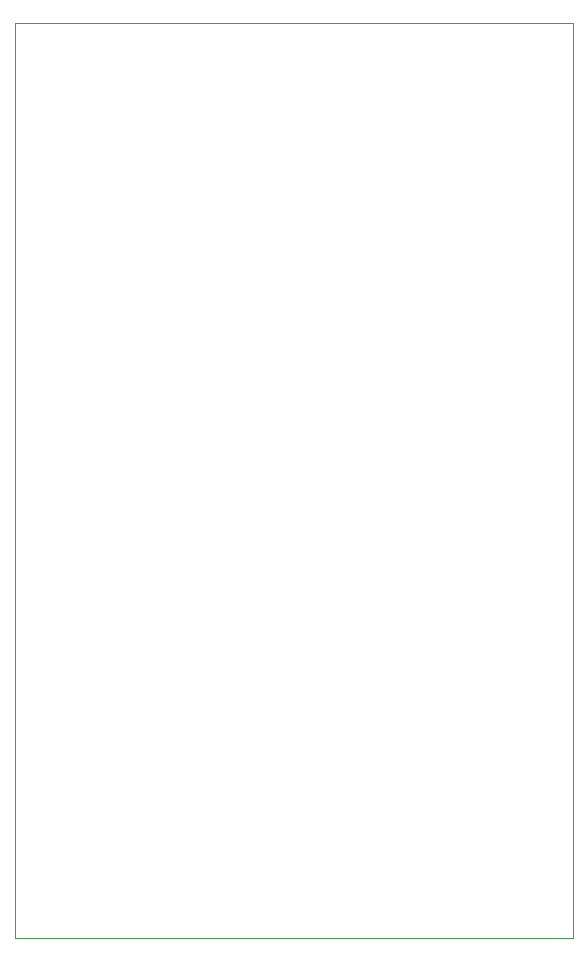
<source format=gm1>
%TF.GenerationSoftware,KiCad,Pcbnew,7.0.5-7.0.5~ubuntu22.04.1*%
%TF.CreationDate,2023-08-20T16:34:43-07:00*%
%TF.ProjectId,terminal_strip_adaptor,7465726d-696e-4616-9c5f-73747269705f,rev?*%
%TF.SameCoordinates,Original*%
%TF.FileFunction,Profile,NP*%
%FSLAX46Y46*%
G04 Gerber Fmt 4.6, Leading zero omitted, Abs format (unit mm)*
G04 Created by KiCad (PCBNEW 7.0.5-7.0.5~ubuntu22.04.1) date 2023-08-20 16:34:43*
%MOMM*%
%LPD*%
G01*
G04 APERTURE LIST*
%TA.AperFunction,Profile*%
%ADD10C,0.100000*%
%TD*%
G04 APERTURE END LIST*
D10*
X152400000Y-46736000D02*
X199644000Y-46736000D01*
X199644000Y-124206000D01*
X152400000Y-124206000D01*
X152400000Y-46736000D01*
M02*

</source>
